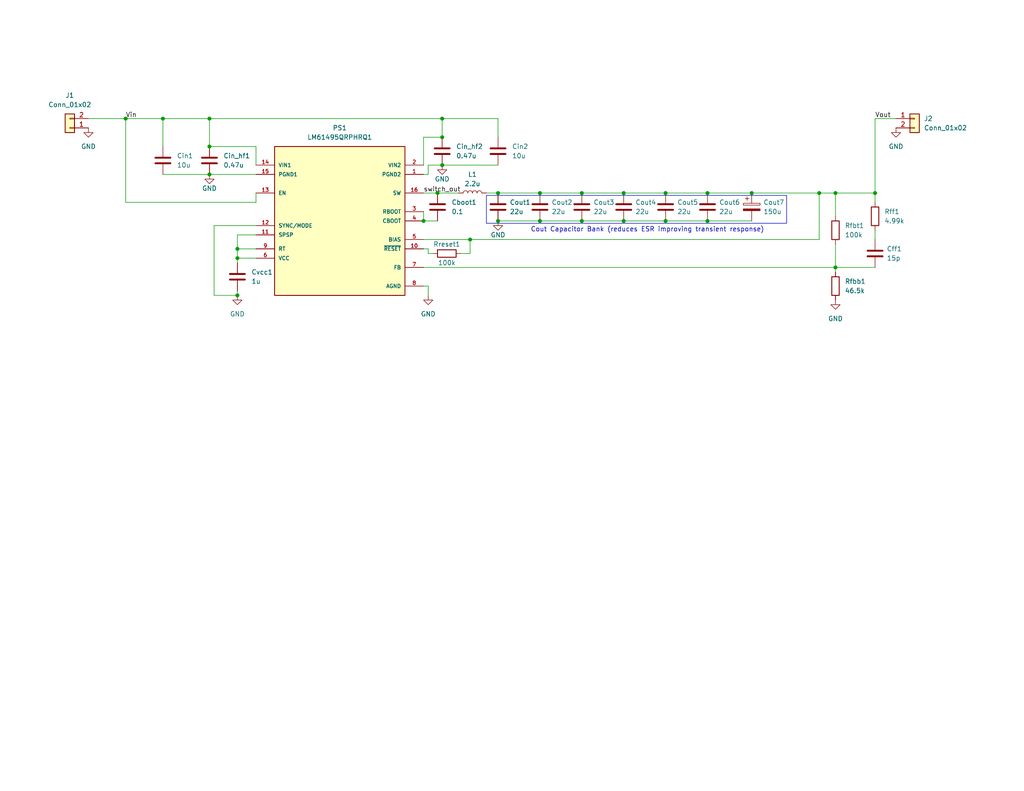
<source format=kicad_sch>
(kicad_sch (version 20230121) (generator eeschema)
  (paper "A")
  (lib_symbols
    (symbol "Connector_Generic:Conn_01x02" (pin_names (offset 1.016) hide)
      (property "Reference" "J" (at 0 2.54 0))
      (property "Value" "Conn_01x02" (at 0 -5.08 0))
      (symbol "Conn_01x02_1_1"
        (rectangle (start -1.27 -2.413) (end 0 -2.667) (stroke (width 0.1524)))
        (rectangle (start -1.27 0.127) (end 0 -0.127) (stroke (width 0.1524)))
        (rectangle (start -1.27 1.27) (end 1.27 -3.81) (stroke (width 0.254)) (fill (type background)))
        (pin passive line (at -5.08 0 0) (length 3.81) (name "Pin_1") (number "1"))
        (pin passive line (at -5.08 -2.54 0) (length 3.81) (name "Pin_2") (number "2"))
      )
    )
    (symbol "Device:C" (pin_numbers hide) (pin_names (offset 0.254))
      (property "Reference" "C" (at 0.635 2.54 0))
      (property "Value" "C" (at 0.635 -2.54 0))
      (symbol "C_0_1"
        (polyline (pts (xy -2.032 -0.762) (xy 2.032 -0.762)) (stroke (width 0.508)))
        (polyline (pts (xy -2.032 0.762) (xy 2.032 0.762)) (stroke (width 0.508)))
      )
      (symbol "C_1_1"
        (pin passive line (at 0 3.81 270) (length 2.794) (name "~") (number "1"))
        (pin passive line (at 0 -3.81 90) (length 2.794) (name "~") (number "2"))
      )
    )
    (symbol "Device:C_Polarized" (pin_numbers hide) (pin_names (offset 0.254))
      (property "Reference" "C" (at 0.635 2.54 0))
      (property "Value" "C_Polarized" (at 0.635 -2.54 0))
      (symbol "C_Polarized_0_1"
        (rectangle (start -2.286 0.508) (end 2.286 1.016))
        (polyline (pts (xy -1.778 2.286) (xy -0.762 2.286)))
        (polyline (pts (xy -1.27 2.794) (xy -1.27 1.778)))
        (rectangle (start 2.286 -0.508) (end -2.286 -1.016) (fill (type outline)))
      )
      (symbol "C_Polarized_1_1"
        (pin passive line (at 0 3.81 270) (length 2.794) (name "~") (number "1"))
        (pin passive line (at 0 -3.81 90) (length 2.794) (name "~") (number "2"))
      )
    )
    (symbol "Device:L" (pin_numbers hide) (pin_names (offset 1.016) hide)
      (property "Reference" "L" (at -1.27 0 90))
      (property "Value" "L" (at 1.905 0 90))
      (symbol "L_0_1"
        (arc (start 0 -2.54) (mid 0.6323 -1.905) (end 0 -1.27))
        (arc (start 0 -1.27) (mid 0.6323 -0.635) (end 0 0))
        (arc (start 0 0) (mid 0.6323 0.635) (end 0 1.27))
        (arc (start 0 1.27) (mid 0.6323 1.905) (end 0 2.54))
      )
      (symbol "L_1_1"
        (pin passive line (at 0 3.81 270) (length 1.27) (name "1") (number "1"))
        (pin passive line (at 0 -3.81 90) (length 1.27) (name "2") (number "2"))
      )
    )
    (symbol "Device:R" (pin_numbers hide) (pin_names (offset 0))
      (property "Reference" "R" (at 2.032 0 90))
      (property "Value" "R" (at 0 0 90))
      (symbol "R_0_1"
        (rectangle (start -1.016 -2.54) (end 1.016 2.54) (stroke (width 0.254)))
      )
      (symbol "R_1_1"
        (pin passive line (at 0 3.81 270) (length 1.27) (name "~") (number "1"))
        (pin passive line (at 0 -3.81 90) (length 1.27) (name "~") (number "2"))
      )
    )
    (symbol "LM61495QRPHRQ1:LM61495QRPHRQ1" (pin_names (offset 1.016))
      (property "Reference" "PS1" (at 0 25.4 0))
      (property "Value" "LM61495QRPHRQ1" (at 0 22.86 0))
      (symbol "LM61495QRPHRQ1_0_0"
        (rectangle (start -17.78 20.32) (end 17.78 -20.32) (stroke (width 0.254)) (fill (type background)))
        (pin power_in line (at 22.86 12.7 180) (length 5.08) (name "PGND2") (number "1"))
        (pin output line (at 22.86 -7.62 180) (length 5.08) (name "~{RESET}") (number "10"))
        (pin input line (at -22.86 -3.81 0) (length 5.08) (name "SPSP") (number "11"))
        (pin input line (at -22.86 -1.27 0) (length 5.08) (name "SYNC/MODE") (number "12"))
        (pin input line (at -22.86 7.62 0) (length 5.08) (name "EN") (number "13"))
        (pin power_in line (at -22.86 15.24 0) (length 5.08) (name "VIN1") (number "14"))
        (pin power_in line (at -22.86 12.7 0) (length 5.08) (name "PGND1") (number "15"))
        (pin passive line (at 22.86 7.62 180) (length 5.08) (name "SW") (number "16"))
        (pin power_in line (at 22.86 15.24 180) (length 5.08) (name "VIN2") (number "2"))
        (pin passive line (at 22.86 2.54 180) (length 5.08) (name "RBOOT") (number "3"))
        (pin passive line (at 22.86 0 180) (length 5.08) (name "CBOOT") (number "4"))
        (pin passive line (at 22.86 -5.08 180) (length 5.08) (name "BIAS") (number "5"))
        (pin power_in line (at -22.86 -10.16 0) (length 5.08) (name "VCC") (number "6"))
        (pin input line (at 22.86 -12.7 180) (length 5.08) (name "FB") (number "7"))
        (pin power_in line (at 22.86 -17.78 180) (length 5.08) (name "AGND") (number "8"))
        (pin bidirectional line (at -22.86 -7.62 0) (length 5.08) (name "RT") (number "9"))
      )
    )
    (symbol "power:GND" (power) (pin_names (offset 0))
      (property "Value" "GND" (at 0 -3.81 0))
      (symbol "GND_0_1"
        (polyline (pts (xy 0 0) (xy 0 -1.27) (xy 1.27 -1.27) (xy 0 -2.54) (xy -1.27 -1.27) (xy 0 -1.27)))
      )
      (symbol "GND_1_1"
        (pin power_in line (at 0 0 270) (length 0) hide (name "GND") (number "1"))
      )
    )
  )
  (junction (at 34.29 32.385))
  (junction (at 147.32 60.325))
  (junction (at 205.105 52.705))
  (junction (at 158.75 52.705))
  (junction (at 223.52 52.705))
  (junction (at 193.04 60.325))
  (junction (at 57.15 32.385))
  (junction (at 64.77 67.945))
  (junction (at 120.65 32.385))
  (junction (at 115.57 60.325))
  (junction (at 181.61 60.325))
  (junction (at 119.38 52.705))
  (junction (at 57.15 47.625))
  (junction (at 57.15 40.005))
  (junction (at 227.965 73.025))
  (junction (at 158.75 60.325))
  (junction (at 64.77 80.645))
  (junction (at 181.61 52.705))
  (junction (at 170.18 52.705))
  (junction (at 44.45 32.385))
  (junction (at 238.76 52.705))
  (junction (at 64.77 70.485))
  (junction (at 120.65 45.085))
  (junction (at 193.04 52.705))
  (junction (at 135.89 60.325))
  (junction (at 227.965 52.705))
  (junction (at 170.18 60.325))
  (junction (at 135.89 52.705))
  (junction (at 120.65 37.465))
  (junction (at 128.27 65.405))
  (junction (at 147.32 52.705))
  (wire (pts (xy 64.77 70.485) (xy 64.77 71.755)))
  (wire (pts (xy 119.38 52.705) (xy 125.095 52.705)))
  (wire (pts (xy 64.77 64.135) (xy 64.77 67.945)))
  (wire (pts (xy 64.77 70.485) (xy 69.85 70.485)))
  (wire (pts (xy 116.84 69.215) (xy 116.84 67.945)))
  (wire (pts (xy 69.85 45.085) (xy 69.85 40.005)))
  (wire (pts (xy 193.04 52.705) (xy 205.105 52.705)))
  (wire (pts (xy 116.84 45.085) (xy 116.84 47.625)))
  (wire (pts (xy 44.45 32.385) (xy 57.15 32.385)))
  (wire (pts (xy 58.42 80.645) (xy 64.77 80.645)))
  (wire (pts (xy 115.57 57.785) (xy 115.57 60.325)))
  (wire (pts (xy 205.105 52.705) (xy 223.52 52.705)))
  (wire (pts (xy 58.42 61.595) (xy 58.42 80.645)))
  (wire (pts (xy 181.61 52.705) (xy 193.04 52.705)))
  (wire (pts (xy 116.84 45.085) (xy 120.65 45.085)))
  (wire (pts (xy 238.76 52.705) (xy 238.76 32.385)))
  (wire (pts (xy 158.75 52.705) (xy 170.18 52.705)))
  (wire (pts (xy 181.61 60.325) (xy 193.04 60.325)))
  (wire (pts (xy 116.84 80.645) (xy 116.84 78.105)))
  (wire (pts (xy 120.65 32.385) (xy 120.65 37.465)))
  (wire (pts (xy 44.45 47.625) (xy 57.15 47.625)))
  (wire (pts (xy 64.77 67.945) (xy 64.77 70.485)))
  (wire (pts (xy 238.76 52.705) (xy 227.965 52.705)))
  (wire (pts (xy 135.89 60.325) (xy 147.32 60.325)))
  (wire (pts (xy 238.76 62.865) (xy 238.76 65.405)))
  (wire (pts (xy 64.77 67.945) (xy 69.85 67.945)))
  (wire (pts (xy 227.965 66.675) (xy 227.965 73.025)))
  (wire (pts (xy 128.27 65.405) (xy 223.52 65.405)))
  (wire (pts (xy 227.965 74.295) (xy 227.965 73.025)))
  (wire (pts (xy 116.84 69.215) (xy 118.11 69.215)))
  (wire (pts (xy 135.89 32.385) (xy 135.89 37.465)))
  (wire (pts (xy 125.73 69.215) (xy 128.27 69.215)))
  (wire (pts (xy 57.15 47.625) (xy 69.85 47.625)))
  (wire (pts (xy 115.57 45.085) (xy 115.57 37.465)))
  (wire (pts (xy 135.89 52.705) (xy 147.32 52.705)))
  (wire (pts (xy 44.45 32.385) (xy 44.45 40.005)))
  (wire (pts (xy 116.84 67.945) (xy 115.57 67.945)))
  (wire (pts (xy 34.29 32.385) (xy 44.45 32.385)))
  (wire (pts (xy 170.18 52.705) (xy 181.61 52.705)))
  (wire (pts (xy 119.38 60.325) (xy 115.57 60.325)))
  (wire (pts (xy 120.65 32.385) (xy 135.89 32.385)))
  (wire (pts (xy 57.15 32.385) (xy 57.15 40.005)))
  (wire (pts (xy 69.85 55.245) (xy 34.29 55.245)))
  (wire (pts (xy 147.32 52.705) (xy 158.75 52.705)))
  (wire (pts (xy 227.965 52.705) (xy 223.52 52.705)))
  (wire (pts (xy 128.27 65.405) (xy 128.27 69.215)))
  (wire (pts (xy 227.965 59.055) (xy 227.965 52.705)))
  (wire (pts (xy 238.76 55.245) (xy 238.76 52.705)))
  (wire (pts (xy 193.04 60.325) (xy 205.105 60.325)))
  (wire (pts (xy 238.76 73.025) (xy 227.965 73.025)))
  (wire (pts (xy 69.85 61.595) (xy 58.42 61.595)))
  (wire (pts (xy 135.89 52.705) (xy 132.715 52.705)))
  (wire (pts (xy 69.85 40.005) (xy 57.15 40.005)))
  (wire (pts (xy 34.29 32.385) (xy 34.29 55.245)))
  (wire (pts (xy 64.77 80.645) (xy 64.77 79.375)))
  (wire (pts (xy 116.84 47.625) (xy 115.57 47.625)))
  (wire (pts (xy 170.18 60.325) (xy 181.61 60.325)))
  (wire (pts (xy 115.57 73.025) (xy 227.965 73.025)))
  (wire (pts (xy 115.57 65.405) (xy 128.27 65.405)))
  (wire (pts (xy 69.85 52.705) (xy 69.85 55.245)))
  (wire (pts (xy 115.57 52.705) (xy 119.38 52.705)))
  (wire (pts (xy 147.32 60.325) (xy 158.75 60.325)))
  (wire (pts (xy 120.65 45.085) (xy 135.89 45.085)))
  (wire (pts (xy 24.13 32.385) (xy 34.29 32.385)))
  (wire (pts (xy 238.76 32.385) (xy 244.475 32.385)))
  (wire (pts (xy 115.57 37.465) (xy 120.65 37.465)))
  (wire (pts (xy 69.85 64.135) (xy 64.77 64.135)))
  (wire (pts (xy 57.15 32.385) (xy 120.65 32.385)))
  (wire (pts (xy 223.52 65.405) (xy 223.52 52.705)))
  (wire (pts (xy 158.75 60.325) (xy 170.18 60.325)))
  (wire (pts (xy 116.84 78.105) (xy 115.57 78.105)))
  (rectangle (start 132.715 53.34) (end 214.63 60.96))
  (text "Cout Capacitor Bank (reduces ESR improving transient response)" (at 144.78 63.5 0) (effects (font (size 1.27 1.27)) (justify left bottom)))
  (label "Vout" (at 238.76 32.385 0))
  (label "Vin" (at 34.29 32.385 0))
  (label "switch_out" (at 115.57 52.705 0))
  (symbol (lib_id "power:GND") (at 244.475 34.925 0) (unit 1)
    (property "Reference" "#PWR08" (effects hide))
    (property "Value" "GND" (at 244.475 40.005 0))
  )
  (symbol (lib_id "Device:C") (at 158.75 56.515 0) (unit 1)
    (property "Reference" "Cout3" (at 161.925 55.245 0) (effects (justify left)))
    (property "Value" "22u" (at 161.925 57.785 0) (effects (justify left)))
    (property "Footprint" "Capacitor_SMD:C_0805_2012Metric" (effects hide))
    (property "Digikey PN" "CL21A226MQQNNNE" (effects hide))
  )
  (symbol (lib_id "power:GND") (at 120.65 45.085 0) (unit 1)
    (property "Reference" "#PWR03" (effects hide))
    (property "Value" "GND" (at 120.65 48.895 0))
  )
  (symbol (lib_id "power:GND") (at 24.13 34.925 0) (unit 1)
    (property "Reference" "#PWR04" (effects hide))
    (property "Value" "GND" (at 24.13 40.005 0))
  )
  (symbol (lib_id "Device:C") (at 181.61 56.515 0) (unit 1)
    (property "Reference" "Cout5" (at 184.785 55.245 0) (effects (justify left)))
    (property "Value" "22u" (at 184.785 57.785 0) (effects (justify left)))
    (property "Footprint" "Capacitor_SMD:C_0805_2012Metric" (effects hide))
    (property "Digikey PN" "CL21A226MQQNNNE" (effects hide))
  )
  (symbol (lib_id "Device:C") (at 44.45 43.815 0) (unit 1)
    (property "Reference" "Cin1" (at 48.26 42.545 0) (effects (justify left)))
    (property "Value" "10u" (at 48.26 45.085 0) (effects (justify left)))
    (property "Footprint" "Capacitor_SMD:C_1206_3216Metric" (effects hide))
    (property "Digikey PN" "CL31B106KBHNNNE" (effects hide))
  )
  (symbol (lib_id "power:GND") (at 227.965 81.915 0) (unit 1)
    (property "Reference" "#PWR07" (effects hide))
    (property "Value" "GND" (at 227.965 86.995 0))
  )
  (symbol (lib_id "Connector_Generic:Conn_01x02") (at 249.555 32.385 0) (unit 1)
    (property "Reference" "J2" (at 252.095 32.385 0) (effects (justify left)))
    (property "Value" "Conn_01x02" (at 252.095 34.925 0) (effects (justify left)))
    (property "Footprint" "custom_footprints:2-terminal-screw-connector-691137710002" (effects hide))
    (property "Digikey PN" "691137710002" (effects hide))
  )
  (symbol (lib_id "Device:C") (at 135.89 41.275 0) (unit 1)
    (property "Reference" "Cin2" (at 139.7 40.005 0) (effects (justify left)))
    (property "Value" "10u" (at 139.7 42.545 0) (effects (justify left)))
    (property "Footprint" "Capacitor_SMD:C_1206_3216Metric" (effects hide))
    (property "Digikey PN" "CL31B106KBHNNNE" (effects hide))
  )
  (symbol (lib_id "Device:R") (at 238.76 59.055 0) (unit 1)
    (property "Reference" "Rff1" (at 241.3 57.785 0) (effects (justify left)))
    (property "Value" "4.99k" (at 241.3 60.325 0) (effects (justify left)))
    (property "Footprint" "Resistor_SMD:R_0805_2012Metric" (effects hide))
    (property "Digikey PN" "ERA-6AEB4991V" (effects hide))
  )
  (symbol (lib_id "power:GND") (at 116.84 80.645 0) (unit 1)
    (property "Reference" "#PWR01" (effects hide))
    (property "Value" "GND" (at 116.84 85.725 0))
  )
  (symbol (lib_id "power:GND") (at 57.15 47.625 0) (unit 1)
    (property "Reference" "#PWR02" (effects hide))
    (property "Value" "GND" (at 57.15 51.435 0))
  )
  (symbol (lib_id "Device:C") (at 238.76 69.215 0) (unit 1)
    (property "Reference" "Cff1" (at 241.935 67.945 0) (effects (justify left)))
    (property "Value" "15p" (at 241.935 70.485 0) (effects (justify left)))
    (property "Footprint" "Capacitor_SMD:C_0805_2012Metric" (effects hide))
    (property "Digikey PN" "CC0805JRNPO9BN150" (effects hide))
  )
  (symbol (lib_id "Device:C") (at 120.65 41.275 0) (unit 1)
    (property "Reference" "Cin_hf2" (at 124.46 40.005 0) (effects (justify left)))
    (property "Value" "0.47u" (at 124.46 42.545 0) (effects (justify left)))
    (property "Footprint" "Capacitor_SMD:C_0603_1608Metric" (effects hide))
    (property "Digikey PN" "UMK107B7474KA-TR" (effects hide))
  )
  (symbol (lib_id "Device:R") (at 121.92 69.215 270) (unit 1)
    (property "Reference" "Rreset1" (at 121.92 66.675 90))
    (property "Value" "100k" (at 121.92 71.755 90))
    (property "Footprint" "Resistor_SMD:R_0805_2012Metric" (effects hide))
    (property "Digikey PN" "ERA-6AEB104V" (effects hide))
  )
  (symbol (lib_id "Device:C") (at 64.77 75.565 180) (unit 1)
    (property "Reference" "Cvcc1" (at 68.58 74.295 0) (effects (justify right)))
    (property "Value" "1u" (at 68.58 76.835 0) (effects (justify right)))
    (property "Footprint" "Capacitor_SMD:C_0805_2012Metric" (effects hide))
    (property "Digikey PN" "CL21B105KAFNNNE" (effects hide))
  )
  (symbol (lib_id "Device:C") (at 170.18 56.515 0) (unit 1)
    (property "Reference" "Cout4" (at 173.355 55.245 0) (effects (justify left)))
    (property "Value" "22u" (at 173.355 57.785 0) (effects (justify left)))
    (property "Footprint" "Capacitor_SMD:C_0805_2012Metric" (effects hide))
    (property "Digikey PN" "CL21A226MQQNNNE" (effects hide))
  )
  (symbol (lib_id "Device:R") (at 227.965 62.865 0) (unit 1)
    (property "Reference" "Rfbt1" (at 230.505 61.595 0) (effects (justify left)))
    (property "Value" "100k" (at 230.505 64.135 0) (effects (justify left)))
    (property "Footprint" "Resistor_SMD:R_0805_2012Metric" (effects hide))
    (property "Digikey PN" "ERA-6AEB104V" (effects hide))
  )
  (symbol (lib_id "Device:R") (at 227.965 78.105 0) (unit 1)
    (property "Reference" "Rfbb1" (at 230.505 76.835 0) (effects (justify left)))
    (property "Value" "46.5k" (at 230.505 79.375 0) (effects (justify left)))
    (property "Footprint" "Resistor_SMD:R_0805_2012Metric" (effects hide))
    (property "Digikey PN" "ERA-6AEB4642V" (effects hide))
  )
  (symbol (lib_id "Device:C") (at 135.89 56.515 0) (unit 1)
    (property "Reference" "Cout1" (at 139.065 55.245 0) (effects (justify left)))
    (property "Value" "22u" (at 139.065 57.785 0) (effects (justify left)))
    (property "Footprint" "Capacitor_SMD:C_0805_2012Metric" (effects hide))
    (property "Digikey PN" "CL21A226MQQNNNE" (effects hide))
  )
  (symbol (lib_id "Device:C") (at 119.38 56.515 0) (unit 1)
    (property "Reference" "Cboot1" (at 123.19 55.245 0) (effects (justify left)))
    (property "Value" "0.1" (at 123.19 57.785 0) (effects (justify left)))
    (property "Footprint" "Capacitor_SMD:C_0805_2012Metric" (effects hide))
    (property "Digikey PN" "CL21B104KACNNNC" (effects hide))
  )
  (symbol (lib_id "Device:L") (at 128.905 52.705 90) (unit 1)
    (property "Reference" "L1" (at 128.905 47.625 90))
    (property "Value" "2.2u" (at 128.905 50.165 90))
    (property "Footprint" "custom_footprints:TMPC 1004H-3R3MG-D" (effects hide))
    (property "Digikey PN" "TMPC 1004H-3R3MG-D" (effects hide))
  )
  (symbol (lib_id "LM61495QRPHRQ1:LM61495QRPHRQ1") (at 92.71 60.325 0) (unit 1)
    (property "Reference" "PS1" (at 92.71 34.925 0))
    (property "Value" "LM61495QRPHRQ1" (at 92.71 37.465 0))
    (property "Footprint" "custom_footprints:CONV_LM61495QRPHRQ1" (effects hide))
    (property "MF" "Texas Instruments" (effects hide))
    (property "MAXIMUM_PACKAGE_HEIGHT" "1 mm" (effects hide))
    (property "Package" "PowerVFQFN-16 Texas Instruments" (effects hide))
    (property "Price" "None" (effects hide))
    (property "Check_prices" "https://www.snapeda.com/parts/LM61495QRPHRQ1/Texas+Instruments/view-part/?ref=eda" (effects hide))
    (property "STANDARD" "Manufacturer Recommendations" (effects hide))
    (property "PARTREV" "08/2018" (effects hide))
    (property "SnapEDA_Link" "https://www.snapeda.com/parts/LM61495QRPHRQ1/Texas+Instruments/view-part/?ref=snap" (effects hide))
    (property "MP" "LM61495QRPHRQ1" (effects hide))
    (property "Purchase-URL" "https://www.snapeda.com/api/url_track_click_mouser/?unipart_id=5822816&manufacturer=Texas Instruments&part_name=LM61495QRPHRQ1&search_term=None" (effects hide))
    (property "Description" "\n10-A automotive buck converter optimized for power density and low EMI\n" (effects hide))
    (property "SNAPEDA_PN" "LM61495QRPHRQ1" (effects hide))
    (property "Availability" "In Stock" (effects hide))
    (property "MANUFACTURER" "Texas Instruments" (effects hide))
    (property "Digikey PN" "LM61495QRPHRQ1" (effects hide))
  )
  (symbol (lib_id "Device:C") (at 147.32 56.515 0) (unit 1)
    (property "Reference" "Cout2" (at 150.495 55.245 0) (effects (justify left)))
    (property "Value" "22u" (at 150.495 57.785 0) (effects (justify left)))
    (property "Footprint" "Capacitor_SMD:C_0805_2012Metric" (effects hide))
    (property "Digikey PN" "CL21A226MQQNNNE" (effects hide))
  )
  (symbol (lib_id "power:GND") (at 135.89 60.325 0) (unit 1)
    (property "Reference" "#PWR06" (effects hide))
    (property "Value" "GND" (at 135.89 64.135 0))
  )
  (symbol (lib_id "Device:C_Polarized") (at 205.105 56.515 0) (unit 1)
    (property "Reference" "Cout7" (at 208.28 55.245 0) (effects (justify left)))
    (property "Value" "150u" (at 208.28 57.785 0) (effects (justify left)))
    (property "Footprint" "Capacitor_THT:CP_Radial_D5.0mm_P2.00mm" (effects hide))
    (property "DigikeyPN" "860020272007" (effects hide))
  )
  (symbol (lib_id "power:GND") (at 64.77 80.645 0) (unit 1)
    (property "Reference" "#PWR05" (effects hide))
    (property "Value" "GND" (at 64.77 85.725 0))
  )
  (symbol (lib_id "Device:C") (at 57.15 43.815 0) (unit 1)
    (property "Reference" "Cin_hf1" (at 60.96 42.545 0) (effects (justify left)))
    (property "Value" "0.47u" (at 60.96 45.085 0) (effects (justify left)))
    (property "Footprint" "Capacitor_SMD:C_0603_1608Metric" (effects hide))
    (property "Digikey PN" "UMK107B7474KA-TR" (effects hide))
  )
  (symbol (lib_id "Connector_Generic:Conn_01x02") (at 19.05 34.925 180) (unit 1)
    (property "Reference" "J1" (at 19.05 26.035 0))
    (property "Value" "Conn_01x02" (at 19.05 28.575 0))
    (property "Footprint" "custom_footprints:2-terminal-screw-connector-691137710002" (effects hide))
    (property "Digikey PN" "691137710002" (effects hide))
  )
  (symbol (lib_id "Device:C") (at 193.04 56.515 0) (unit 1)
    (property "Reference" "Cout6" (at 196.215 55.245 0) (effects (justify left)))
    (property "Value" "22u" (at 196.215 57.785 0) (effects (justify left)))
    (property "Footprint" "Capacitor_SMD:C_0805_2012Metric" (effects hide))
    (property "Digikey PN" "CL21A226MQQNNNE" (effects hide))
  )
)
</source>
